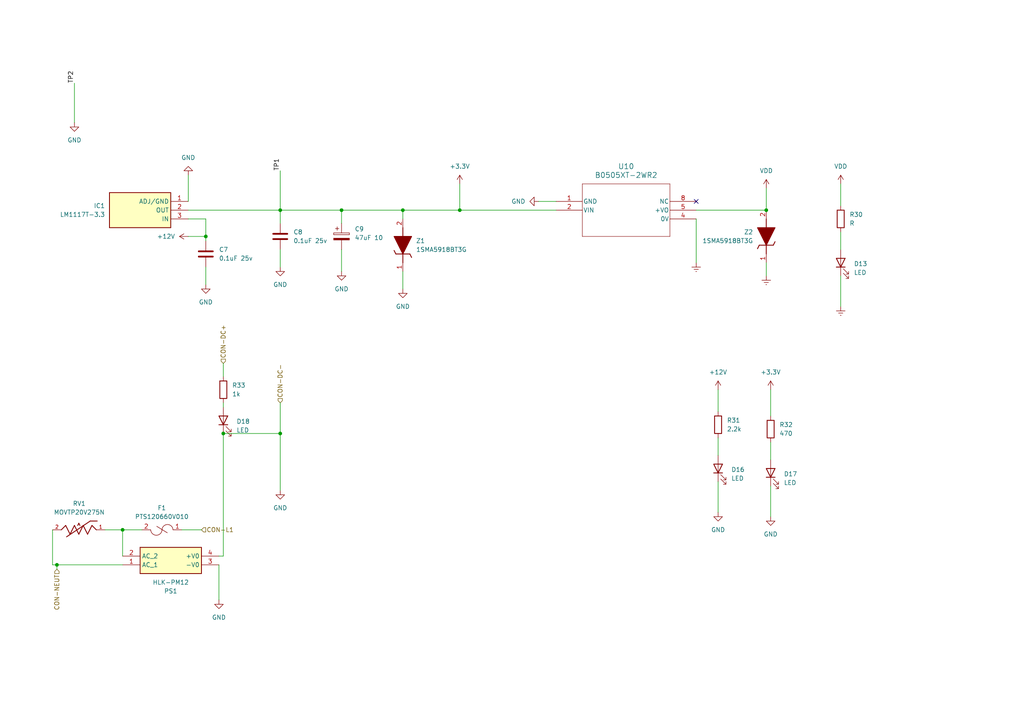
<source format=kicad_sch>
(kicad_sch (version 20230121) (generator eeschema)
  (paper "A4")
  (lib_symbols
    (symbol "1SMA5918BT3G:1SMA5918BT3G" (pin_names hide)
      (property "Reference" "Z" (at 10.16 8.89 0))
      (property "Value" "1SMA5918BT3G" (at 10.16 6.35 0))
      (symbol "1SMA5918BT3G_1_1"
        (polyline (pts (xy 2.54 0) (xy 5.08 0)) (stroke (width 0.254)))
        (polyline (pts (xy 4.064 -2.54) (xy 5.08 -2.032)) (stroke (width 0.254)))
        (polyline (pts (xy 5.08 2.032) (xy 5.08 -2.032)) (stroke (width 0.254)))
        (polyline (pts (xy 5.08 2.032) (xy 6.096 2.54)) (stroke (width 0.254)))
        (polyline (pts (xy 12.7 0) (xy 10.16 0)) (stroke (width 0.254)))
        (polyline (pts (xy 5.08 0) (xy 10.16 2.54) (xy 10.16 -2.54) (xy 5.08 0)) (stroke (width 0.254)) (fill (type outline)))
        (pin passive line (at 0 0 0) (length 2.54) (name "K") (number "1"))
        (pin passive line (at 15.24 0 180) (length 2.54) (name "A") (number "2"))
      )
    )
    (symbol "2023-07-29_00-48-08:B0505XT-2WR2" (pin_names (offset 0.254))
      (property "Reference" "U" (at 20.32 10.16 0))
      (property "Value" "B0505XT-2WR2" (at 20.32 7.62 0))
      (symbol "B0505XT-2WR2_0_1"
        (polyline (pts (xy 7.62 -10.16) (xy 33.02 -10.16)) (stroke (width 0.127)))
        (polyline (pts (xy 7.62 5.08) (xy 7.62 -10.16)) (stroke (width 0.127)))
        (polyline (pts (xy 33.02 -10.16) (xy 33.02 5.08)) (stroke (width 0.127)))
        (polyline (pts (xy 33.02 5.08) (xy 7.62 5.08)) (stroke (width 0.127)))
        (pin power_out line (at 0 0 0) (length 7.62) (name "GND") (number "1"))
        (pin power_in line (at 0 -2.54 0) (length 7.62) (name "VIN") (number "2"))
        (pin unspecified line (at 40.64 -5.08 180) (length 7.62) (name "0V") (number "4"))
        (pin power_in line (at 40.64 -2.54 180) (length 7.62) (name "+VO") (number "5"))
        (pin no_connect line (at 40.64 0 180) (length 7.62) (name "NC") (number "8"))
      )
    )
    (symbol "B72210S1140K501:B72210S1140K501" (pin_names (offset 1.016))
      (property "Reference" "RV" (at -5.08 2.54 0))
      (property "Value" "B72210S1140K501" (at -5.08 -5.08 0))
      (symbol "B72210S1140K501_0_0"
        (polyline (pts (xy -3.81 -1.27) (xy -5.08 0)) (stroke (width 0.254)))
        (polyline (pts (xy -3.302 -2.54) (xy -5.334 -2.54)) (stroke (width 0.254)))
        (polyline (pts (xy -3.302 -2.54) (xy 3.556 2.032)) (stroke (width 0.254)))
        (polyline (pts (xy -2.54 1.27) (xy -3.81 -1.27)) (stroke (width 0.254)))
        (polyline (pts (xy -1.27 -1.27) (xy -2.54 1.27)) (stroke (width 0.254)))
        (polyline (pts (xy -1.27 -1.27) (xy 0 1.27)) (stroke (width 0.254)))
        (polyline (pts (xy -0.3175 -1.27) (xy 0 -1.905)) (stroke (width 0.254)))
        (polyline (pts (xy 0 -1.905) (xy 0.3175 -1.27)) (stroke (width 0.254)))
        (polyline (pts (xy 0 1.27) (xy 1.27 -1.27)) (stroke (width 0.254)))
        (polyline (pts (xy 1.27 -1.27) (xy 2.54 1.27)) (stroke (width 0.254)))
        (polyline (pts (xy 2.54 1.27) (xy 3.81 -1.27)) (stroke (width 0.254)))
        (polyline (pts (xy 3.81 -1.27) (xy 5.08 0)) (stroke (width 0.254)))
        (pin passive line (at -7.62 0 0) (length 2.54) (name "~") (number "1"))
        (pin passive line (at 7.62 0 180) (length 2.54) (name "~") (number "2"))
      )
    )
    (symbol "Device:C" (pin_numbers hide) (pin_names (offset 0.254))
      (property "Reference" "C" (at 0.635 2.54 0))
      (property "Value" "C" (at 0.635 -2.54 0))
      (symbol "C_0_1"
        (polyline (pts (xy -2.032 -0.762) (xy 2.032 -0.762)) (stroke (width 0.508)))
        (polyline (pts (xy -2.032 0.762) (xy 2.032 0.762)) (stroke (width 0.508)))
      )
      (symbol "C_1_1"
        (pin passive line (at 0 3.81 270) (length 2.794) (name "~") (number "1"))
        (pin passive line (at 0 -3.81 90) (length 2.794) (name "~") (number "2"))
      )
    )
    (symbol "Device:C_Polarized" (pin_numbers hide) (pin_names (offset 0.254))
      (property "Reference" "C" (at 0.635 2.54 0))
      (property "Value" "C_Polarized" (at 0.635 -2.54 0))
      (symbol "C_Polarized_0_1"
        (rectangle (start -2.286 0.508) (end 2.286 1.016))
        (polyline (pts (xy -1.778 2.286) (xy -0.762 2.286)))
        (polyline (pts (xy -1.27 2.794) (xy -1.27 1.778)))
        (rectangle (start 2.286 -0.508) (end -2.286 -1.016) (fill (type outline)))
      )
      (symbol "C_Polarized_1_1"
        (pin passive line (at 0 3.81 270) (length 2.794) (name "~") (number "1"))
        (pin passive line (at 0 -3.81 90) (length 2.794) (name "~") (number "2"))
      )
    )
    (symbol "Device:LED" (pin_numbers hide) (pin_names (offset 1.016) hide)
      (property "Reference" "D" (at 0 2.54 0))
      (property "Value" "LED" (at 0 -2.54 0))
      (symbol "LED_0_1"
        (polyline (pts (xy -1.27 -1.27) (xy -1.27 1.27)) (stroke (width 0.254)))
        (polyline (pts (xy -1.27 0) (xy 1.27 0)))
        (polyline (pts (xy 1.27 -1.27) (xy 1.27 1.27) (xy -1.27 0) (xy 1.27 -1.27)) (stroke (width 0.254)))
        (polyline (pts (xy -3.048 -0.762) (xy -4.572 -2.286) (xy -3.81 -2.286) (xy -4.572 -2.286) (xy -4.572 -1.524)))
        (polyline (pts (xy -1.778 -0.762) (xy -3.302 -2.286) (xy -2.54 -2.286) (xy -3.302 -2.286) (xy -3.302 -1.524)))
      )
      (symbol "LED_1_1"
        (pin passive line (at -3.81 0 0) (length 2.54) (name "K") (number "1"))
        (pin passive line (at 3.81 0 180) (length 2.54) (name "A") (number "2"))
      )
    )
    (symbol "Device:R" (pin_numbers hide) (pin_names (offset 0))
      (property "Reference" "R" (at 2.032 0 90))
      (property "Value" "R" (at 0 0 90))
      (symbol "R_0_1"
        (rectangle (start -1.016 -2.54) (end 1.016 2.54) (stroke (width 0.254)))
      )
      (symbol "R_1_1"
        (pin passive line (at 0 3.81 270) (length 1.27) (name "~") (number "1"))
        (pin passive line (at 0 -3.81 90) (length 1.27) (name "~") (number "2"))
      )
    )
    (symbol "HLK-PM12:HLK-PM12"
      (property "Reference" "PS" (at 24.13 7.62 0))
      (property "Value" "HLK-PM12" (at 24.13 5.08 0))
      (symbol "HLK-PM12_1_1"
        (rectangle (start 5.08 2.54) (end 22.86 -5.08) (stroke (width 0.254)) (fill (type background)))
        (pin passive line (at 0 0 0) (length 5.08) (name "AC_1") (number "1"))
        (pin passive line (at 0 -2.54 0) (length 5.08) (name "AC_2") (number "2"))
        (pin passive line (at 27.94 0 180) (length 5.08) (name "-V0") (number "3"))
        (pin passive line (at 27.94 -2.54 180) (length 5.08) (name "+V0") (number "4"))
      )
    )
    (symbol "LM1117T-3_3:LM1117T-3.3"
      (property "Reference" "IC" (at 24.13 7.62 0))
      (property "Value" "LM1117T-3.3" (at 24.13 5.08 0))
      (symbol "LM1117T-3.3_1_1"
        (rectangle (start 5.08 2.54) (end 22.86 -7.62) (stroke (width 0.254)) (fill (type background)))
        (pin passive line (at 0 0 0) (length 5.08) (name "ADJ/GND") (number "1"))
        (pin passive line (at 0 -2.54 0) (length 5.08) (name "OUT") (number "2"))
        (pin passive line (at 0 -5.08 0) (length 5.08) (name "IN") (number "3"))
      )
    )
    (symbol "nuevos simvolos:PTS120660V010"
      (property "Reference" "F" (at 0 -2.54 0))
      (property "Value" "PTS120660V010" (at 0 -4.064 0))
      (symbol "PTS120660V010_0_1"
        (arc (start -3.1877 0) (mid -1.5689 -1.5407) (end 0 0.0508))
        (polyline (pts (xy -1.524 0.8636) (xy 1.524 -1.016)))
        (arc (start 3.2766 0) (mid 1.6623 1.5705) (end 0 0.0508))
      )
      (symbol "PTS120660V010_1_1"
        (pin input line (at -5.7404 0 0) (length 2.54) (name "") (number "1"))
        (pin output line (at 5.842 0 180) (length 2.54) (name "") (number "2"))
      )
    )
    (symbol "power:+12V" (power) (pin_names (offset 0))
      (property "Value" "+12V" (at 0 3.556 0))
      (symbol "+12V_0_1"
        (polyline (pts (xy -0.762 1.27) (xy 0 2.54)))
        (polyline (pts (xy 0 0) (xy 0 2.54)))
        (polyline (pts (xy 0 2.54) (xy 0.762 1.27)))
      )
      (symbol "+12V_1_1"
        (pin power_in line (at 0 0 90) (length 0) hide (name "+12V") (number "1"))
      )
    )
    (symbol "power:+3.3V" (power) (pin_names (offset 0))
      (property "Value" "+3.3V" (at 0 3.556 0))
      (symbol "+3.3V_0_1"
        (polyline (pts (xy -0.762 1.27) (xy 0 2.54)))
        (polyline (pts (xy 0 0) (xy 0 2.54)))
        (polyline (pts (xy 0 2.54) (xy 0.762 1.27)))
      )
      (symbol "+3.3V_1_1"
        (pin power_in line (at 0 0 90) (length 0) hide (name "+3.3V") (number "1"))
      )
    )
    (symbol "power:Earth" (power) (pin_names (offset 0))
      (symbol "Earth_0_1"
        (polyline (pts (xy -0.635 -1.905) (xy 0.635 -1.905)))
        (polyline (pts (xy -0.127 -2.54) (xy 0.127 -2.54)))
        (polyline (pts (xy 0 -1.27) (xy 0 0)))
        (polyline (pts (xy 1.27 -1.27) (xy -1.27 -1.27)))
      )
      (symbol "Earth_1_1"
        (pin power_in line (at 0 0 270) (length 0) hide (name "Earth") (number "1"))
      )
    )
    (symbol "power:GND" (power) (pin_names (offset 0))
      (property "Value" "GND" (at 0 -3.81 0))
      (symbol "GND_0_1"
        (polyline (pts (xy 0 0) (xy 0 -1.27) (xy 1.27 -1.27) (xy 0 -2.54) (xy -1.27 -1.27) (xy 0 -1.27)))
      )
      (symbol "GND_1_1"
        (pin power_in line (at 0 0 270) (length 0) hide (name "GND") (number "1"))
      )
    )
    (symbol "power:VDD" (power) (pin_names (offset 0))
      (property "Value" "VDD" (at 0 3.81 0))
      (symbol "VDD_0_1"
        (polyline (pts (xy -0.762 1.27) (xy 0 2.54)))
        (polyline (pts (xy 0 0) (xy 0 2.54)))
        (polyline (pts (xy 0 2.54) (xy 0.762 1.27)))
      )
      (symbol "VDD_1_1"
        (pin power_in line (at 0 0 90) (length 0) hide (name "VDD") (number "1"))
      )
    )
  )
  (junction (at 59.69 68.58))
  (junction (at 99.06 60.96))
  (junction (at 81.28 125.73))
  (junction (at 116.84 60.96))
  (junction (at 81.28 60.96))
  (junction (at 35.56 153.67))
  (junction (at 64.77 125.73))
  (junction (at 222.25 60.96))
  (junction (at 133.35 60.96))
  (junction (at 16.51 163.83))
  (no_connect (at 201.93 58.42))
  (wire (pts (xy 59.69 69.85) (xy 59.69 68.58)))
  (wire (pts (xy 223.52 113.03) (xy 223.52 120.65)))
  (wire (pts (xy 59.69 68.58) (xy 59.69 63.5)))
  (wire (pts (xy 59.69 77.47) (xy 59.69 82.55)))
  (wire (pts (xy 243.84 53.34) (xy 243.84 59.69)))
  (wire (pts (xy 81.28 125.73) (xy 64.77 125.73)))
  (wire (pts (xy 63.5 163.83) (xy 63.5 173.99)))
  (wire (pts (xy 243.84 80.01) (xy 243.84 88.9)))
  (wire (pts (xy 201.93 60.96) (xy 222.25 60.96)))
  (wire (pts (xy 201.93 76.2) (xy 201.93 63.5)))
  (wire (pts (xy 81.28 125.73) (xy 81.28 142.24)))
  (wire (pts (xy 116.84 60.96) (xy 133.35 60.96)))
  (wire (pts (xy 64.77 116.84) (xy 64.77 118.11)))
  (wire (pts (xy 64.77 161.29) (xy 63.5 161.29)))
  (wire (pts (xy 52.7304 153.67) (xy 58.42 153.67)))
  (wire (pts (xy 99.06 72.39) (xy 99.06 78.74)))
  (wire (pts (xy 133.35 53.34) (xy 133.35 60.96)))
  (wire (pts (xy 223.52 128.27) (xy 223.52 133.35)))
  (wire (pts (xy 30.48 153.67) (xy 35.56 153.67)))
  (wire (pts (xy 64.77 105.41) (xy 64.77 109.22)))
  (wire (pts (xy 21.59 24.13) (xy 21.59 35.56)))
  (wire (pts (xy 59.69 63.5) (xy 54.61 63.5)))
  (wire (pts (xy 208.28 139.7) (xy 208.28 148.59)))
  (wire (pts (xy 15.24 163.83) (xy 15.24 153.67)))
  (wire (pts (xy 222.25 76.2) (xy 222.25 80.01)))
  (wire (pts (xy 222.25 60.96) (xy 222.25 54.61)))
  (wire (pts (xy 116.84 78.74) (xy 116.84 83.82)))
  (wire (pts (xy 81.28 72.39) (xy 81.28 77.47)))
  (wire (pts (xy 54.61 50.8) (xy 54.61 58.42)))
  (wire (pts (xy 81.28 116.84) (xy 81.28 125.73)))
  (wire (pts (xy 54.61 68.58) (xy 59.69 68.58)))
  (wire (pts (xy 99.06 64.77) (xy 99.06 60.96)))
  (wire (pts (xy 64.77 125.73) (xy 64.77 161.29)))
  (wire (pts (xy 35.56 153.67) (xy 35.56 161.29)))
  (wire (pts (xy 54.61 60.96) (xy 81.28 60.96)))
  (wire (pts (xy 208.28 113.03) (xy 208.28 119.38)))
  (wire (pts (xy 81.28 49.53) (xy 81.28 60.96)))
  (wire (pts (xy 243.84 67.31) (xy 243.84 72.39)))
  (wire (pts (xy 16.51 163.83) (xy 35.56 163.83)))
  (wire (pts (xy 99.06 60.96) (xy 116.84 60.96)))
  (wire (pts (xy 35.56 153.67) (xy 41.148 153.67)))
  (wire (pts (xy 223.52 140.97) (xy 223.52 149.86)))
  (wire (pts (xy 133.35 60.96) (xy 161.29 60.96)))
  (wire (pts (xy 116.84 60.96) (xy 116.84 63.5)))
  (wire (pts (xy 16.51 165.1) (xy 16.51 163.83)))
  (wire (pts (xy 156.21 58.42) (xy 161.29 58.42)))
  (wire (pts (xy 81.28 60.96) (xy 81.28 64.77)))
  (wire (pts (xy 16.51 163.83) (xy 15.24 163.83)))
  (wire (pts (xy 81.28 60.96) (xy 99.06 60.96)))
  (wire (pts (xy 208.28 127) (xy 208.28 132.08)))
  (label "TP1" (at 81.28 49.53 90))
  (label "TP2" (at 21.59 24.13 90))
  (hierarchical_label "CON-DC+" (shape input) (at 64.77 105.41 90))
  (hierarchical_label "CON-L1" (shape input) (at 58.42 153.67 0))
  (hierarchical_label "CON-NEUT" (shape input) (at 16.51 165.1 270))
  (hierarchical_label "CON-DC-" (shape input) (at 81.28 116.84 90))
  (symbol (lib_id "Device:C") (at 59.69 73.66 0) (unit 1)
    (property "Reference" "C7" (at 63.5 72.39 0) (effects (justify left)))
    (property "Value" "0.1uF 25v" (at 63.5 74.93 0) (effects (justify left)))
    (property "Footprint" "Capacitor_SMD:C_0805_2012Metric_Pad1.18x1.45mm_HandSolder" (effects hide))
  )
  (symbol (lib_id "power:VDD") (at 243.84 53.34 0) (unit 1)
    (property "Reference" "#PWR053" (effects hide))
    (property "Value" "VDD" (at 243.84 48.26 0))
  )
  (symbol (lib_id "power:GND") (at 59.69 82.55 0) (unit 1)
    (property "Reference" "#PWR043" (effects hide))
    (property "Value" "GND" (at 59.69 87.63 0))
  )
  (symbol (lib_id "nuevos simvolos:PTS120660V010") (at 46.99 153.67 180) (unit 1)
    (property "Reference" "F1" (at 46.9392 147.32 0))
    (property "Value" "PTS120660V010" (at 46.9392 149.86 0))
    (property "Footprint" "Fuse:Fuseholder_Cylinder-5x20mm_Stelvio-Kontek_PTF78_Horizontal_Open" (effects hide))
    (property "Datasheet" "https://www.mouser.com/datasheet/2/87/eaton_pts1206_6_60_volt_dc_surface_mount_resettabl-1608737.pdf" (effects hide))
    (instances (project "Room_Link" (path "" (reference "F1") (unit 1)) (path "" (reference "F3") (unit 1))))
  )
  (symbol (lib_id "power:GND") (at 81.28 142.24 0) (unit 1)
    (property "Reference" "#PWR059" (effects hide))
    (property "Value" "GND" (at 81.28 147.32 0))
  )
  (symbol (lib_id "power:Earth") (at 222.25 80.01 0) (mirror y) (unit 1)
    (property "Reference" "#PWR051" (effects hide))
    (property "Value" "Earth" (effects hide))
  )
  (symbol (lib_id "power:Earth") (at 201.93 76.2 0) (unit 1)
    (property "Reference" "#PWR049" (effects hide))
    (property "Value" "Earth" (effects hide))
  )
  (symbol (lib_id "power:+12V") (at 208.28 113.03 0) (unit 1)
    (property "Reference" "#PWR057" (effects hide))
    (property "Value" "+12V" (at 208.28 107.95 0))
  )
  (symbol (lib_id "power:GND") (at 223.52 149.86 0) (unit 1)
    (property "Reference" "#PWR058" (effects hide))
    (property "Value" "GND" (at 223.52 154.94 0))
  )
  (symbol (lib_id "Device:LED") (at 208.28 135.89 90) (unit 1)
    (property "Reference" "D16" (at 212.09 136.2075 90) (effects (justify right)))
    (property "Value" "LED" (at 212.09 138.7475 90) (effects (justify right)))
    (property "Footprint" "LED_SMD:LED_0805_2012Metric_Pad1.15x1.40mm_HandSolder" (effects hide))
  )
  (symbol (lib_id "Device:R") (at 64.77 113.03 0) (unit 1)
    (property "Reference" "R33" (at 67.31 111.76 0) (effects (justify left)))
    (property "Value" "1k" (at 67.31 114.3 0) (effects (justify left)))
    (property "Footprint" "Resistor_SMD:R_0805_2012Metric_Pad1.20x1.40mm_HandSolder" (effects hide))
  )
  (symbol (lib_id "Device:LED") (at 223.52 137.16 90) (unit 1)
    (property "Reference" "D17" (at 227.33 137.4775 90) (effects (justify right)))
    (property "Value" "LED" (at 227.33 140.0175 90) (effects (justify right)))
    (property "Footprint" "LED_SMD:LED_0805_2012Metric_Pad1.15x1.40mm_HandSolder" (effects hide))
  )
  (symbol (lib_id "Device:R") (at 208.28 123.19 0) (unit 1)
    (property "Reference" "R31" (at 210.82 121.92 0) (effects (justify left)))
    (property "Value" "2.2k" (at 210.82 124.46 0) (effects (justify left)))
    (property "Footprint" "Resistor_SMD:R_0805_2012Metric_Pad1.20x1.40mm_HandSolder" (effects hide))
  )
  (symbol (lib_id "LM1117T-3_3:LM1117T-3.3") (at 54.61 58.42 0) (mirror y) (unit 1)
    (property "Reference" "IC1" (at 30.48 59.69 0) (effects (justify left)))
    (property "Value" "LM1117T-3.3" (at 30.48 62.23 0) (effects (justify left)))
    (property "Footprint" "lm1117:TO254P470X1016X2222-3P" (effects hide))
    (property "Manufacturer_Name" "Texas Instruments" (effects hide))
    (property "Manufacturer_Part_Number" "LM1117T-3.3" (effects hide))
    (property "Mouser Part Number" "926-LM1117T-33" (effects hide))
    (property "Mouser Price/Stock" "https://www.mouser.co.uk/ProductDetail/Texas-Instruments/LM1117T-33?qs=X1J7HmVL2ZH3OLKrAL3taQ%3D%3D" (effects hide))
  )
  (symbol (lib_id "Device:C_Polarized") (at 99.06 68.58 0) (unit 1)
    (property "Reference" "C9" (at 102.87 66.421 0) (effects (justify left)))
    (property "Value" "47uF 10" (at 102.87 68.961 0) (effects (justify left)))
    (property "Footprint" "Capacitor_SMD:C_0805_2012Metric_Pad1.18x1.45mm_HandSolder" (effects hide))
  )
  (symbol (lib_id "Device:R") (at 243.84 63.5 0) (unit 1)
    (property "Reference" "R30" (at 246.38 62.23 0) (effects (justify left)))
    (property "Value" "R" (at 246.38 64.77 0) (effects (justify left)))
    (property "Footprint" "Resistor_SMD:R_0805_2012Metric_Pad1.20x1.40mm_HandSolder" (effects hide))
  )
  (symbol (lib_id "power:GND") (at 21.59 35.56 0) (unit 1)
    (property "Reference" "#PWR041" (effects hide))
    (property "Value" "GND" (at 21.59 40.64 0))
  )
  (symbol (lib_id "power:GND") (at 208.28 148.59 0) (unit 1)
    (property "Reference" "#PWR056" (effects hide))
    (property "Value" "GND" (at 208.28 153.67 0))
  )
  (symbol (lib_id "Device:LED") (at 243.84 76.2 90) (unit 1)
    (property "Reference" "D13" (at 247.65 76.5175 90) (effects (justify right)))
    (property "Value" "LED" (at 247.65 79.0575 90) (effects (justify right)))
    (property "Footprint" "LED_SMD:LED_0805_2012Metric_Pad1.15x1.40mm_HandSolder" (effects hide))
  )
  (symbol (lib_id "2023-07-29_00-48-08:B0505XT-2WR2") (at 161.29 58.42 0) (unit 1)
    (property "Reference" "U10" (at 181.61 48.26 0) (effects (font (size 1.524 1.524))))
    (property "Value" "B0505XT-2WR2" (at 181.61 50.8 0) (effects (font (size 1.524 1.524))))
    (property "Footprint" "nuevo simbolo:B0505S-W2R2" (effects hide))
    (property "Datasheet" "B0505XT-2WR2" (effects hide))
  )
  (symbol (lib_id "power:GND") (at 116.84 83.82 0) (unit 1)
    (property "Reference" "#PWR047" (effects hide))
    (property "Value" "GND" (at 116.84 88.9 0))
  )
  (symbol (lib_id "B72210S1140K501:B72210S1140K501") (at 22.86 153.67 180) (unit 1)
    (property "Reference" "RV1" (at 22.987 146.05 0))
    (property "Value" "MOVTP20V275N" (at 22.987 148.59 0))
    (property "Footprint" "VAR_B72210S1140K501" (effects hide))
    (property "Datasheet" "https://www.eaton.com/content/dam/eaton/products/electronic-components/resources/data-sheet/eaton-movtp-metal-oxide-varistor-thermal-protected-data-sheet-elx1079-en.pdf" (effects hide))
    (property "Height" "31.5" (effects hide))
    (property "Manufacturer_Name" "Eaton" (effects hide))
    (property "Manufacturer_Part_Number" "MOVTP20V275N" (effects hide))
    (property "PARTREV" "2018-10" (effects hide))
    (property "STANDARD" "IPC-7351B" (effects hide))
    (property "MANUFACTURER" "TDK" (effects hide))
  )
  (symbol (lib_id "Device:R") (at 223.52 124.46 0) (unit 1)
    (property "Reference" "R32" (at 226.06 123.19 0) (effects (justify left)))
    (property "Value" "470" (at 226.06 125.73 0) (effects (justify left)))
    (property "Footprint" "Resistor_SMD:R_0805_2012Metric_Pad1.20x1.40mm_HandSolder" (effects hide))
  )
  (symbol (lib_id "power:GND") (at 156.21 58.42 270) (unit 1)
    (property "Reference" "#PWR048" (effects hide))
    (property "Value" "GND" (at 152.4 58.42 90) (effects (justify right)))
  )
  (symbol (lib_id "1SMA5918BT3G:1SMA5918BT3G") (at 222.25 76.2 270) (mirror x) (unit 1)
    (property "Reference" "Z2" (at 218.44 67.31 90) (effects (justify right)))
    (property "Value" "1SMA5918BT3G" (at 218.44 69.85 90) (effects (justify right)))
    (property "Footprint" "huellas:DIOM5226X220N" (effects hide))
    (property "Datasheet" "http://www.onsemi.com/pub/Collateral/1SMA5913BT3-D.PDF" (effects hide))
    (property "Height" "2.2" (effects hide))
    (property "Manufacturer_Name" "onsemi" (effects hide))
    (property "Manufacturer_Part_Number" "1SMA5918BT3G" (effects hide))
    (property "Mouser Part Number" "863-1SMA5918BT3G" (effects hide))
    (property "Mouser Price/Stock" "https://www.mouser.co.uk/ProductDetail/onsemi/1SMA5918BT3G?qs=y2kkmE52mdPbjBOutLmedg%3D%3D" (effects hide))
    (property "Arrow Part Number" "1SMA5918BT3G" (effects hide))
    (property "Arrow Price/Stock" "https://www.arrow.com/en/products/1sma5918bt3g/on-semiconductor" (effects hide))
  )
  (symbol (lib_id "power:GND") (at 63.5 173.99 0) (unit 1)
    (property "Reference" "#PWR060" (effects hide))
    (property "Value" "GND" (at 63.5 179.07 0))
  )
  (symbol (lib_id "power:GND") (at 81.28 77.47 0) (unit 1)
    (property "Reference" "#PWR045" (effects hide))
    (property "Value" "GND" (at 81.28 82.55 0))
  )
  (symbol (lib_id "HLK-PM12:HLK-PM12") (at 35.56 163.83 0) (mirror x) (unit 1)
    (property "Reference" "PS1" (at 49.53 171.45 0))
    (property "Value" "HLK-PM12" (at 49.53 168.91 0))
    (property "Footprint" "KiCad:HLKPM12" (effects hide))
    (property "Datasheet" "https://static.chipdip.ru/lib/919/DOC012919592.pdf" (effects hide))
    (property "Height" "15" (effects hide))
    (property "Manufacturer_Name" "Hi-Link" (effects hide))
    (property "Manufacturer_Part_Number" "HLK-PM12" (effects hide))
  )
  (symbol (lib_id "Device:LED") (at 64.77 121.92 90) (unit 1)
    (property "Reference" "D18" (at 68.58 122.2375 90) (effects (justify right)))
    (property "Value" "LED" (at 68.58 124.7775 90) (effects (justify right)))
    (property "Footprint" "LED_SMD:LED_0805_2012Metric_Pad1.15x1.40mm_HandSolder" (effects hide))
  )
  (symbol (lib_id "power:Earth") (at 243.84 88.9 0) (unit 1)
    (property "Reference" "#PWR052" (effects hide))
    (property "Value" "Earth" (effects hide))
  )
  (symbol (lib_id "power:GND") (at 54.61 50.8 180) (unit 1)
    (property "Reference" "#PWR044" (effects hide))
    (property "Value" "GND" (at 54.61 45.72 0))
  )
  (symbol (lib_id "power:VDD") (at 222.25 54.61 0) (mirror y) (unit 1)
    (property "Reference" "#PWR050" (effects hide))
    (property "Value" "VDD" (at 222.25 49.53 0))
  )
  (symbol (lib_id "power:+3.3V") (at 223.52 113.03 0) (unit 1)
    (property "Reference" "#PWR061" (effects hide))
    (property "Value" "+3.3V" (at 223.52 107.95 0))
  )
  (symbol (lib_id "power:GND") (at 99.06 78.74 0) (unit 1)
    (property "Reference" "#PWR046" (effects hide))
    (property "Value" "GND" (at 99.06 83.82 0))
  )
  (symbol (lib_id "power:+12V") (at 54.61 68.58 90) (unit 1)
    (property "Reference" "#PWR042" (effects hide))
    (property "Value" "+12V" (at 50.8 68.58 90) (effects (justify left)))
  )
  (symbol (lib_id "Device:C") (at 81.28 68.58 0) (unit 1)
    (property "Reference" "C8" (at 85.09 67.31 0) (effects (justify left)))
    (property "Value" "0.1uF 25v" (at 85.09 69.85 0) (effects (justify left)))
    (property "Footprint" "Capacitor_SMD:C_0805_2012Metric_Pad1.18x1.45mm_HandSolder" (effects hide))
  )
  (symbol (lib_id "1SMA5918BT3G:1SMA5918BT3G") (at 116.84 78.74 90) (unit 1)
    (property "Reference" "Z1" (at 120.65 69.85 90) (effects (justify right)))
    (property "Value" "1SMA5918BT3G" (at 120.65 72.39 90) (effects (justify right)))
    (property "Footprint" "huellas:DIOM5226X220N" (effects hide))
    (property "Datasheet" "http://www.onsemi.com/pub/Collateral/1SMA5913BT3-D.PDF" (effects hide))
    (property "Height" "2.2" (effects hide))
    (property "Manufacturer_Name" "onsemi" (effects hide))
    (property "Manufacturer_Part_Number" "1SMA5918BT3G" (effects hide))
    (property "Mouser Part Number" "863-1SMA5918BT3G" (effects hide))
    (property "Mouser Price/Stock" "https://www.mouser.co.uk/ProductDetail/onsemi/1SMA5918BT3G?qs=y2kkmE52mdPbjBOutLmedg%3D%3D" (effects hide))
    (property "Arrow Part Number" "1SMA5918BT3G" (effects hide))
    (property "Arrow Price/Stock" "https://www.arrow.com/en/products/1sma5918bt3g/on-semiconductor" (effects hide))
  )
  (symbol (lib_id "power:+3.3V") (at 133.35 53.34 0) (unit 1)
    (property "Reference" "#PWR055" (effects hide))
    (property "Value" "+3.3V" (at 133.35 48.26 0))
  )
)
</source>
